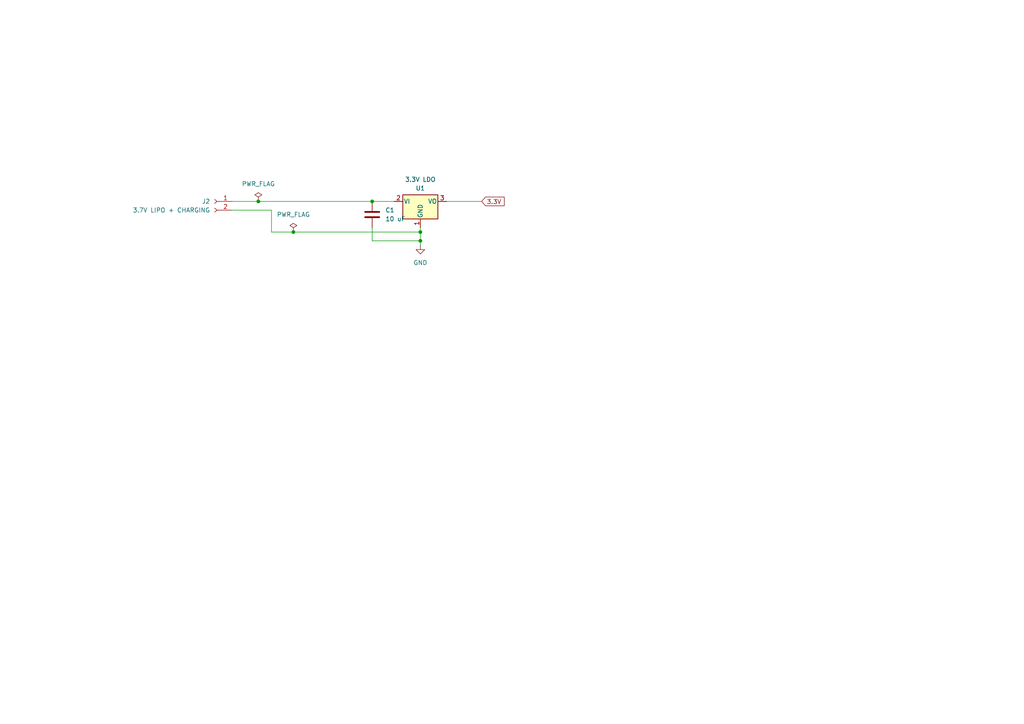
<source format=kicad_sch>
(kicad_sch (version 20250114) (generator "eeschema") (generator_version "9.0")
  (paper "A4")
  (lib_symbols
    (symbol "Connector:Conn_01x02_Socket" (pin_names (offset 1.016) (hide yes))
      (property "Reference" "J" (at 0 2.54 0))
      (property "Value" "Conn_01x02_Socket" (at 0 -5.08 0))
      (symbol "Conn_01x02_Socket_1_1"
        (polyline (pts (xy -1.27 0) (xy -0.508 0)) (stroke (width 0.1524)))
        (polyline (pts (xy -1.27 -2.54) (xy -0.508 -2.54)) (stroke (width 0.1524)))
        (arc (start 0 -0.508) (mid -0.5058 0) (end 0 0.508) (stroke (width 0.1524)))
        (arc (start 0 -3.048) (mid -0.5058 -2.54) (end 0 -2.032) (stroke (width 0.1524)))
        (pin passive line (at -5.08 0 0) (length 3.81) (name "Pin_1") (number "1"))
        (pin passive line (at -5.08 -2.54 0) (length 3.81) (name "Pin_2") (number "2"))
      )
    )
    (symbol "Device:C" (pin_numbers (hide yes)) (pin_names (offset 0.254))
      (property "Reference" "C" (at 0.635 2.54 0))
      (property "Value" "C" (at 0.635 -2.54 0))
      (symbol "C_0_1"
        (polyline (pts (xy -2.032 0.762) (xy 2.032 0.762)) (stroke (width 0.508)))
        (polyline (pts (xy -2.032 -0.762) (xy 2.032 -0.762)) (stroke (width 0.508)))
      )
      (symbol "C_1_1"
        (pin passive line (at 0 3.81 270) (length 2.794) (name "~") (number "1"))
        (pin passive line (at 0 -3.81 90) (length 2.794) (name "~") (number "2"))
      )
    )
    (symbol "Regulator_Linear:MCP1700x-330xxTO" (pin_names (offset 0.254))
      (property "Reference" "U" (at -3.81 -3.175 0))
      (property "Value" "MCP1700x-330xxTO" (at 0 -3.175 0))
      (symbol "MCP1700x-330xxTO_0_1"
        (rectangle (start -5.08 5.08) (end 5.08 -1.905) (stroke (width 0.254)) (fill (type background)))
      )
      (symbol "MCP1700x-330xxTO_1_1"
        (pin power_in line (at -7.62 0 0) (length 2.54) (name "VI") (number "2"))
        (pin power_in line (at 0 7.62 270) (length 2.54) (name "GND") (number "1"))
        (pin power_out line (at 7.62 0 180) (length 2.54) (name "VO") (number "3"))
      )
    )
    (symbol "power:GND" (power) (pin_numbers (hide yes)) (pin_names (offset 0) (hide yes))
      (property "Value" "GND" (at 0 -3.81 0))
      (symbol "GND_0_1"
        (polyline (pts (xy 0 0) (xy 0 -1.27) (xy 1.27 -1.27) (xy 0 -2.54) (xy -1.27 -1.27) (xy 0 -1.27)))
      )
      (symbol "GND_1_1"
        (pin power_in line (at 0 0 270) (length 0) (name "~") (number "1"))
      )
    )
    (symbol "power:PWR_FLAG" (power) (pin_numbers (hide yes)) (pin_names (offset 0) (hide yes))
      (property "Value" "PWR_FLAG" (at 0 3.81 0))
      (symbol "PWR_FLAG_0_0"
        (pin power_out line (at 0 0 90) (length 0) (name "~") (number "1"))
      )
      (symbol "PWR_FLAG_0_1"
        (polyline (pts (xy 0 0) (xy 0 1.27) (xy -1.016 1.905) (xy 0 2.54) (xy 1.016 1.905) (xy 0 1.27)))
      )
    )
  )
  (junction (at 107.95 58.42))
  (junction (at 121.92 69.85))
  (junction (at 74.93 58.42))
  (junction (at 121.92 67.31))
  (junction (at 85.09 67.31))
  (wire (pts (xy 121.92 69.85) (xy 121.92 71.12)))
  (wire (pts (xy 107.95 58.42) (xy 114.3 58.42)))
  (wire (pts (xy 78.74 67.31) (xy 85.09 67.31)))
  (wire (pts (xy 78.74 60.96) (xy 67.31 60.96)))
  (wire (pts (xy 74.93 58.42) (xy 107.95 58.42)))
  (wire (pts (xy 121.92 67.31) (xy 121.92 69.85)))
  (wire (pts (xy 107.95 66.04) (xy 107.95 69.85)))
  (wire (pts (xy 121.92 66.04) (xy 121.92 67.31)))
  (wire (pts (xy 129.54 58.42) (xy 139.7 58.42)))
  (wire (pts (xy 78.74 67.31) (xy 78.74 60.96)))
  (wire (pts (xy 85.09 67.31) (xy 121.92 67.31)))
  (wire (pts (xy 107.95 69.85) (xy 121.92 69.85)))
  (wire (pts (xy 67.31 58.42) (xy 74.93 58.42)))
  (global_label "3.3V" (shape input) (at 139.7 58.42 0) (property "Intersheetrefs" "${INTERSHEET_REFS}" (effects (hide yes))))
  (symbol (lib_id "power:PWR_FLAG") (at 74.93 58.42 0) (unit 1)
    (property "Reference" "#FLG01" (effects (hide yes)))
    (property "Value" "PWR_FLAG" (at 74.93 53.34 0))
    (property "Description" "Special symbol for telling ERC where power comes from" (effects (hide yes)))
  )
  (symbol (lib_id "Device:C") (at 107.95 62.23 180) (unit 1)
    (property "Reference" "C1" (at 111.76 60.9599 0) (effects (justify right)))
    (property "Value" "10 uF" (at 111.76 63.4999 0) (effects (justify right)))
    (property "Footprint" "Capacitor_THT:CP_Radial_D4.0mm_P1.50mm" (effects (hide yes)))
    (property "Description" "Unpolarized capacitor" (effects (hide yes)))
  )
  (symbol (lib_id "power:GND") (at 121.92 71.12 0) (unit 1)
    (property "Reference" "#PWR01" (effects (hide yes)))
    (property "Value" "GND" (at 121.92 76.2 0))
    (property "Description" "Power symbol creates a global label with name \"GND\" , ground" (effects (hide yes)))
  )
  (symbol (lib_id "power:PWR_FLAG") (at 85.09 67.31 0) (unit 1)
    (property "Reference" "#FLG02" (effects (hide yes)))
    (property "Value" "PWR_FLAG" (at 85.09 62.23 0))
    (property "Description" "Special symbol for telling ERC where power comes from" (effects (hide yes)))
  )
  (symbol (lib_id "Connector:Conn_01x02_Socket") (at 62.23 58.42 0) (mirror y) (unit 1)
    (property "Reference" "J2" (at 60.96 58.4199 0) (effects (justify left)))
    (property "Value" "3.7V LIPO + CHARGING" (at 60.96 60.9599 0) (effects (justify left)))
    (property "Footprint" "Connector_PinHeader_2.54mm:PinHeader_1x02_P2.54mm_Vertical" (effects (hide yes)))
    (property "Description" "Generic connector, single row, 01x02, script generated" (effects (hide yes)))
  )
  (symbol (lib_id "Regulator_Linear:MCP1700x-330xxTO") (at 121.92 58.42 0) (mirror x) (unit 1)
    (property "Reference" "U1" (at 121.92 54.61 0))
    (property "Value" "3.3V LDO" (at 121.92 52.07 0))
    (property "Footprint" "Package_TO_SOT_THT:TO-92_Inline" (effects (hide yes)))
    (property "Datasheet" "http://ww1.microchip.com/downloads/en/DeviceDoc/20001826D.pdf" (effects (hide yes)))
    (property "Description" "250mA Low Quiscent Current LDO, 3.3V output, TO-92" (effects (hide yes)))
  )
)
</source>
